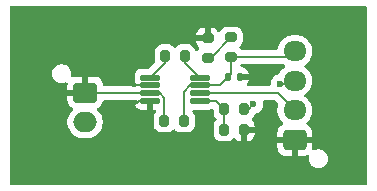
<source format=gtl>
G04 #@! TF.GenerationSoftware,KiCad,Pcbnew,9.0.4*
G04 #@! TF.CreationDate,2025-12-20T00:07:52-05:00*
G04 #@! TF.ProjectId,thermistor circuit,74686572-6d69-4737-946f-722063697263,rev?*
G04 #@! TF.SameCoordinates,Original*
G04 #@! TF.FileFunction,Copper,L1,Top*
G04 #@! TF.FilePolarity,Positive*
%FSLAX46Y46*%
G04 Gerber Fmt 4.6, Leading zero omitted, Abs format (unit mm)*
G04 Created by KiCad (PCBNEW 9.0.4) date 2025-12-20 00:07:52*
%MOMM*%
%LPD*%
G01*
G04 APERTURE LIST*
G04 Aperture macros list*
%AMRoundRect*
0 Rectangle with rounded corners*
0 $1 Rounding radius*
0 $2 $3 $4 $5 $6 $7 $8 $9 X,Y pos of 4 corners*
0 Add a 4 corners polygon primitive as box body*
4,1,4,$2,$3,$4,$5,$6,$7,$8,$9,$2,$3,0*
0 Add four circle primitives for the rounded corners*
1,1,$1+$1,$2,$3*
1,1,$1+$1,$4,$5*
1,1,$1+$1,$6,$7*
1,1,$1+$1,$8,$9*
0 Add four rect primitives between the rounded corners*
20,1,$1+$1,$2,$3,$4,$5,0*
20,1,$1+$1,$4,$5,$6,$7,0*
20,1,$1+$1,$6,$7,$8,$9,0*
20,1,$1+$1,$8,$9,$2,$3,0*%
G04 Aperture macros list end*
G04 #@! TA.AperFunction,SMDPad,CuDef*
%ADD10RoundRect,0.200000X-0.200000X-0.275000X0.200000X-0.275000X0.200000X0.275000X-0.200000X0.275000X0*%
G04 #@! TD*
G04 #@! TA.AperFunction,SMDPad,CuDef*
%ADD11RoundRect,0.125000X-0.687500X-0.125000X0.687500X-0.125000X0.687500X0.125000X-0.687500X0.125000X0*%
G04 #@! TD*
G04 #@! TA.AperFunction,SMDPad,CuDef*
%ADD12RoundRect,0.200000X0.275000X-0.200000X0.275000X0.200000X-0.275000X0.200000X-0.275000X-0.200000X0*%
G04 #@! TD*
G04 #@! TA.AperFunction,SMDPad,CuDef*
%ADD13RoundRect,0.200000X0.200000X0.275000X-0.200000X0.275000X-0.200000X-0.275000X0.200000X-0.275000X0*%
G04 #@! TD*
G04 #@! TA.AperFunction,SMDPad,CuDef*
%ADD14RoundRect,0.140000X-0.140000X-0.170000X0.140000X-0.170000X0.140000X0.170000X-0.140000X0.170000X0*%
G04 #@! TD*
G04 #@! TA.AperFunction,ComponentPad*
%ADD15RoundRect,0.250000X-0.750000X0.600000X-0.750000X-0.600000X0.750000X-0.600000X0.750000X0.600000X0*%
G04 #@! TD*
G04 #@! TA.AperFunction,ComponentPad*
%ADD16O,2.000000X1.700000*%
G04 #@! TD*
G04 #@! TA.AperFunction,ComponentPad*
%ADD17RoundRect,0.250000X0.725000X-0.600000X0.725000X0.600000X-0.725000X0.600000X-0.725000X-0.600000X0*%
G04 #@! TD*
G04 #@! TA.AperFunction,ComponentPad*
%ADD18O,1.950000X1.700000*%
G04 #@! TD*
G04 #@! TA.AperFunction,ViaPad*
%ADD19C,0.600000*%
G04 #@! TD*
G04 #@! TA.AperFunction,ViaPad*
%ADD20C,0.450000*%
G04 #@! TD*
G04 #@! TA.AperFunction,Conductor*
%ADD21C,0.200000*%
G04 #@! TD*
G04 APERTURE END LIST*
D10*
X189438840Y-80150000D03*
X187788840Y-80150000D03*
D11*
X190726340Y-82000000D03*
X190726340Y-82650000D03*
X190726340Y-83300000D03*
X190726340Y-83950000D03*
X186501340Y-83950000D03*
X186501340Y-83300000D03*
X186501340Y-82650000D03*
X186501340Y-82000000D03*
D10*
X192788840Y-86400000D03*
X194438840Y-86400000D03*
D12*
X191363840Y-80300000D03*
X191363840Y-78650000D03*
D13*
X194438840Y-84650000D03*
X192788840Y-84650000D03*
X189363840Y-85650000D03*
X187713840Y-85650000D03*
D12*
X193363840Y-80225000D03*
X193363840Y-78575000D03*
D14*
X193133840Y-81900000D03*
X194093840Y-81900000D03*
D15*
X181000000Y-83250000D03*
D16*
X181000000Y-85750000D03*
D17*
X198750000Y-87250000D03*
D18*
X198750000Y-84750000D03*
X198750000Y-82250000D03*
X198750000Y-79750000D03*
D19*
X195500000Y-82000000D03*
D20*
X196500000Y-88500000D03*
D19*
X195250000Y-84250000D03*
X197500000Y-82500000D03*
D20*
X188000000Y-88500000D03*
X191500000Y-78000000D03*
X202500000Y-88500000D03*
X191500000Y-88500000D03*
X179500000Y-78000000D03*
X195500000Y-86500000D03*
X185150000Y-82650000D03*
X185000000Y-84500000D03*
X179500000Y-88500000D03*
X184000000Y-78000000D03*
X188000000Y-78000000D03*
X184000000Y-88500000D03*
X202500000Y-78000000D03*
X196500000Y-78000000D03*
D21*
X195400000Y-81900000D02*
X195500000Y-82000000D01*
X194093840Y-81900000D02*
X195400000Y-81900000D01*
X189438840Y-80712500D02*
X190726340Y-82000000D01*
X189438840Y-80150000D02*
X189438840Y-80712500D01*
X187788840Y-80712500D02*
X186501340Y-82000000D01*
X187788840Y-80150000D02*
X187788840Y-80712500D01*
X194438840Y-84650000D02*
X194850000Y-84650000D01*
X198750000Y-82250000D02*
X198500000Y-82500000D01*
X198500000Y-82500000D02*
X197500000Y-82500000D01*
X194850000Y-84650000D02*
X195250000Y-84250000D01*
X186501340Y-83300000D02*
X181050000Y-83300000D01*
X187713840Y-85650000D02*
X187713840Y-83700001D01*
X181050000Y-83300000D02*
X181000000Y-83250000D01*
X187713840Y-83700001D02*
X187313839Y-83300000D01*
X187313839Y-83300000D02*
X186501340Y-83300000D01*
X198275000Y-80225000D02*
X198750000Y-79750000D01*
X193363840Y-80225000D02*
X193363840Y-81670000D01*
X193363840Y-81670000D02*
X193133840Y-81900000D01*
X189913841Y-82650000D02*
X190726340Y-82650000D01*
X189363840Y-83200001D02*
X189913841Y-82650000D01*
X193363840Y-80225000D02*
X198275000Y-80225000D01*
X189363840Y-85650000D02*
X189363840Y-83200001D01*
X190726340Y-82650000D02*
X192383840Y-82650000D01*
X192383840Y-82650000D02*
X193133840Y-81900000D01*
X197300000Y-83300000D02*
X190726340Y-83300000D01*
X198750000Y-84750000D02*
X197300000Y-83300000D01*
X194438840Y-86400000D02*
X195400000Y-86400000D01*
X191363840Y-78136160D02*
X191500000Y-78000000D01*
X191363840Y-78650000D02*
X191363840Y-78136160D01*
X186501340Y-82650000D02*
X185150000Y-82650000D01*
X185550000Y-83950000D02*
X185000000Y-84500000D01*
X186501340Y-83950000D02*
X185550000Y-83950000D01*
X195400000Y-86400000D02*
X195500000Y-86500000D01*
X190776340Y-83900000D02*
X190726340Y-83950000D01*
X192088840Y-83950000D02*
X192788840Y-84650000D01*
X190726340Y-83950000D02*
X192088840Y-83950000D01*
X192788840Y-84650000D02*
X192788840Y-86400000D01*
X193613840Y-78575000D02*
X193338840Y-78575000D01*
X193338840Y-78575000D02*
X191613840Y-80300000D01*
G04 #@! TA.AperFunction,Conductor*
G36*
X197834440Y-80845185D02*
G01*
X197840273Y-80849172D01*
X197909795Y-80899682D01*
X197952459Y-80955010D01*
X197958438Y-81024623D01*
X197925833Y-81086419D01*
X197909793Y-81100317D01*
X197745214Y-81219890D01*
X197745209Y-81219894D01*
X197594890Y-81370213D01*
X197469949Y-81542182D01*
X197413558Y-81652854D01*
X197365583Y-81703649D01*
X197327267Y-81718175D01*
X197266507Y-81730261D01*
X197266498Y-81730264D01*
X197120827Y-81790602D01*
X197120814Y-81790609D01*
X196989711Y-81878210D01*
X196989707Y-81878213D01*
X196878213Y-81989707D01*
X196878210Y-81989711D01*
X196790609Y-82120814D01*
X196790602Y-82120827D01*
X196730264Y-82266498D01*
X196730261Y-82266510D01*
X196699500Y-82421153D01*
X196699500Y-82575500D01*
X196679815Y-82642539D01*
X196627011Y-82688294D01*
X196575500Y-82699500D01*
X194808800Y-82699500D01*
X194741761Y-82679815D01*
X194696006Y-82627011D01*
X194686062Y-82557853D01*
X194715087Y-82494297D01*
X194721119Y-82487819D01*
X194743554Y-82465383D01*
X194743561Y-82465374D01*
X194825871Y-82326195D01*
X194825873Y-82326190D01*
X194870984Y-82170918D01*
X194870985Y-82170912D01*
X194872630Y-82150000D01*
X194217840Y-82150000D01*
X194150801Y-82130315D01*
X194105046Y-82077511D01*
X194093840Y-82026000D01*
X194093840Y-81774000D01*
X194113525Y-81706961D01*
X194166329Y-81661206D01*
X194217840Y-81650000D01*
X194872630Y-81650000D01*
X194870985Y-81629089D01*
X194825871Y-81473804D01*
X194743561Y-81334625D01*
X194743554Y-81334616D01*
X194629223Y-81220285D01*
X194629214Y-81220278D01*
X194490036Y-81137969D01*
X194334749Y-81092854D01*
X194298484Y-81090000D01*
X194263860Y-81090000D01*
X194242614Y-81083761D01*
X194220526Y-81082182D01*
X194209742Y-81074109D01*
X194196821Y-81070315D01*
X194182321Y-81053581D01*
X194164593Y-81040310D01*
X194159885Y-81027689D01*
X194151066Y-81017511D01*
X194147914Y-80995593D01*
X194140176Y-80974846D01*
X194143038Y-80961685D01*
X194141122Y-80948353D01*
X194150321Y-80928209D01*
X194155028Y-80906573D01*
X194168296Y-80888847D01*
X194170147Y-80884797D01*
X194176179Y-80878319D01*
X194192679Y-80861819D01*
X194254002Y-80828334D01*
X194280360Y-80825500D01*
X197767401Y-80825500D01*
X197834440Y-80845185D01*
G37*
G04 #@! TD.AperFunction*
G04 #@! TA.AperFunction,Conductor*
G36*
X204792539Y-75920185D02*
G01*
X204838294Y-75972989D01*
X204849500Y-76024500D01*
X204849500Y-90975500D01*
X204829815Y-91042539D01*
X204777011Y-91088294D01*
X204725500Y-91099500D01*
X174774500Y-91099500D01*
X174707461Y-91079815D01*
X174661706Y-91027011D01*
X174650500Y-90975500D01*
X174650500Y-81571153D01*
X178199500Y-81571153D01*
X178199500Y-81728846D01*
X178230261Y-81883489D01*
X178230264Y-81883501D01*
X178290602Y-82029172D01*
X178290609Y-82029185D01*
X178378210Y-82160288D01*
X178378213Y-82160292D01*
X178489707Y-82271786D01*
X178489711Y-82271789D01*
X178620814Y-82359390D01*
X178620827Y-82359397D01*
X178766498Y-82419735D01*
X178766503Y-82419737D01*
X178921153Y-82450499D01*
X178921156Y-82450500D01*
X178921158Y-82450500D01*
X179078844Y-82450500D01*
X179078845Y-82450499D01*
X179233497Y-82419737D01*
X179339086Y-82376000D01*
X179408553Y-82368532D01*
X179471033Y-82399807D01*
X179506685Y-82459896D01*
X179509895Y-82503165D01*
X179500000Y-82600013D01*
X179500000Y-83000000D01*
X180283703Y-83000000D01*
X180350742Y-83019685D01*
X180396497Y-83072489D01*
X180406441Y-83141647D01*
X180403478Y-83156091D01*
X180399499Y-83170938D01*
X180399499Y-83329061D01*
X180403478Y-83343909D01*
X180401814Y-83413758D01*
X180362651Y-83471620D01*
X180298422Y-83499123D01*
X180283703Y-83500000D01*
X179500001Y-83500000D01*
X179500001Y-83899986D01*
X179510494Y-84002697D01*
X179565641Y-84169119D01*
X179565643Y-84169124D01*
X179657684Y-84318345D01*
X179781654Y-84442315D01*
X179936484Y-84537815D01*
X179983208Y-84589763D01*
X179994431Y-84658726D01*
X179966587Y-84722808D01*
X179959069Y-84731035D01*
X179819889Y-84870215D01*
X179694951Y-85042179D01*
X179598444Y-85231585D01*
X179532753Y-85433760D01*
X179499500Y-85643713D01*
X179499500Y-85856286D01*
X179531397Y-86057680D01*
X179532754Y-86066243D01*
X179580960Y-86214606D01*
X179598444Y-86268414D01*
X179694951Y-86457820D01*
X179819890Y-86629786D01*
X179970213Y-86780109D01*
X180142179Y-86905048D01*
X180142181Y-86905049D01*
X180142184Y-86905051D01*
X180331588Y-87001557D01*
X180533757Y-87067246D01*
X180743713Y-87100500D01*
X180743714Y-87100500D01*
X181256286Y-87100500D01*
X181256287Y-87100500D01*
X181466243Y-87067246D01*
X181668412Y-87001557D01*
X181857816Y-86905051D01*
X181906191Y-86869905D01*
X182029786Y-86780109D01*
X182029788Y-86780106D01*
X182029792Y-86780104D01*
X182180104Y-86629792D01*
X182180106Y-86629788D01*
X182180109Y-86629786D01*
X182305048Y-86457820D01*
X182305047Y-86457820D01*
X182305051Y-86457816D01*
X182401557Y-86268412D01*
X182467246Y-86066243D01*
X182500500Y-85856287D01*
X182500500Y-85643713D01*
X182467246Y-85433757D01*
X182401557Y-85231588D01*
X182305051Y-85042184D01*
X182305049Y-85042181D01*
X182305048Y-85042179D01*
X182180109Y-84870213D01*
X182040931Y-84731035D01*
X182007446Y-84669712D01*
X182012430Y-84600020D01*
X182054302Y-84544087D01*
X182063516Y-84537815D01*
X182218343Y-84442317D01*
X182342315Y-84318345D01*
X182434356Y-84169124D01*
X182434358Y-84169119D01*
X182489507Y-84002689D01*
X182490397Y-83998537D01*
X182523682Y-83937105D01*
X182584895Y-83903420D01*
X182611648Y-83900500D01*
X185355739Y-83900500D01*
X185371749Y-83904904D01*
X185386583Y-83904397D01*
X185407951Y-83914865D01*
X185419170Y-83917952D01*
X185426662Y-83922412D01*
X185427420Y-83923170D01*
X185505449Y-83969316D01*
X185505677Y-83969452D01*
X185529319Y-83994920D01*
X185553051Y-84020337D01*
X185553084Y-84020521D01*
X185553212Y-84020659D01*
X185559343Y-84054934D01*
X185565554Y-84089079D01*
X185565482Y-84089251D01*
X185565516Y-84089437D01*
X185552183Y-84121489D01*
X185538909Y-84153668D01*
X185538753Y-84153775D01*
X185538682Y-84153949D01*
X185510103Y-84173728D01*
X185481573Y-84193598D01*
X185481341Y-84193635D01*
X185481231Y-84193712D01*
X185480777Y-84193727D01*
X185442246Y-84200000D01*
X185199314Y-84200000D01*
X185235683Y-84325185D01*
X185235685Y-84325191D01*
X185316066Y-84461108D01*
X185316072Y-84461116D01*
X185427723Y-84572767D01*
X185427731Y-84572773D01*
X185563651Y-84653155D01*
X185563654Y-84653156D01*
X185715286Y-84697210D01*
X185715292Y-84697211D01*
X185750721Y-84699999D01*
X185750734Y-84700000D01*
X186251340Y-84700000D01*
X186251340Y-84174499D01*
X186271025Y-84107460D01*
X186323829Y-84061705D01*
X186375337Y-84050499D01*
X186627341Y-84050499D01*
X186694379Y-84070184D01*
X186740134Y-84122988D01*
X186751340Y-84174499D01*
X186751340Y-84700000D01*
X186898820Y-84700000D01*
X186965859Y-84719685D01*
X187011614Y-84772489D01*
X187021558Y-84841647D01*
X186992533Y-84905203D01*
X186986501Y-84911681D01*
X186958371Y-84939810D01*
X186958370Y-84939811D01*
X186870362Y-85085393D01*
X186819753Y-85247807D01*
X186813340Y-85318386D01*
X186813340Y-85981613D01*
X186819753Y-86052192D01*
X186819753Y-86052194D01*
X186819754Y-86052196D01*
X186870362Y-86214606D01*
X186940652Y-86330880D01*
X186958370Y-86360188D01*
X187078651Y-86480469D01*
X187078653Y-86480470D01*
X187078655Y-86480472D01*
X187224234Y-86568478D01*
X187386644Y-86619086D01*
X187457224Y-86625500D01*
X187457227Y-86625500D01*
X187970453Y-86625500D01*
X187970456Y-86625500D01*
X188041036Y-86619086D01*
X188203446Y-86568478D01*
X188349025Y-86480472D01*
X188372536Y-86456961D01*
X188451159Y-86378339D01*
X188512482Y-86344854D01*
X188582174Y-86349838D01*
X188626521Y-86378339D01*
X188728651Y-86480469D01*
X188728653Y-86480470D01*
X188728655Y-86480472D01*
X188874234Y-86568478D01*
X189036644Y-86619086D01*
X189107224Y-86625500D01*
X189107227Y-86625500D01*
X189620453Y-86625500D01*
X189620456Y-86625500D01*
X189691036Y-86619086D01*
X189853446Y-86568478D01*
X189999025Y-86480472D01*
X190119312Y-86360185D01*
X190207318Y-86214606D01*
X190257926Y-86052196D01*
X190264340Y-85981616D01*
X190264340Y-85318384D01*
X190257926Y-85247804D01*
X190207318Y-85085394D01*
X190119312Y-84939815D01*
X190119310Y-84939813D01*
X190119309Y-84939811D01*
X190091678Y-84912180D01*
X190058193Y-84850857D01*
X190063177Y-84781165D01*
X190105049Y-84725232D01*
X190170513Y-84700815D01*
X190179334Y-84700499D01*
X191477002Y-84700499D01*
X191512467Y-84697709D01*
X191664230Y-84653618D01*
X191701218Y-84631742D01*
X191768942Y-84614559D01*
X191835204Y-84636718D01*
X191878968Y-84691184D01*
X191888340Y-84738474D01*
X191888340Y-84981613D01*
X191894753Y-85052192D01*
X191894753Y-85052194D01*
X191894754Y-85052196D01*
X191945362Y-85214606D01*
X192033368Y-85360185D01*
X192110502Y-85437319D01*
X192143986Y-85498640D01*
X192139002Y-85568332D01*
X192110502Y-85612680D01*
X192033369Y-85689813D01*
X191945362Y-85835393D01*
X191894753Y-85997807D01*
X191889811Y-86052192D01*
X191888444Y-86067246D01*
X191888340Y-86068386D01*
X191888340Y-86731613D01*
X191894753Y-86802192D01*
X191894753Y-86802194D01*
X191894754Y-86802196D01*
X191945362Y-86964606D01*
X192026898Y-87099483D01*
X192033370Y-87110188D01*
X192153651Y-87230469D01*
X192153653Y-87230470D01*
X192153655Y-87230472D01*
X192299234Y-87318478D01*
X192461644Y-87369086D01*
X192532224Y-87375500D01*
X192532227Y-87375500D01*
X193045453Y-87375500D01*
X193045456Y-87375500D01*
X193116036Y-87369086D01*
X193278446Y-87318478D01*
X193424025Y-87230472D01*
X193526513Y-87127983D01*
X193587834Y-87094499D01*
X193657525Y-87099483D01*
X193701874Y-87127984D01*
X193803962Y-87230072D01*
X193949444Y-87318019D01*
X193949443Y-87318019D01*
X194111734Y-87368590D01*
X194111733Y-87368590D01*
X194182248Y-87374998D01*
X194182266Y-87374999D01*
X194688840Y-87374999D01*
X194695421Y-87374999D01*
X194765942Y-87368591D01*
X194765947Y-87368590D01*
X194888977Y-87330253D01*
X194928236Y-87318018D01*
X195073717Y-87230072D01*
X195193912Y-87109877D01*
X195281859Y-86964395D01*
X195332430Y-86802106D01*
X195338840Y-86731572D01*
X195338840Y-86650000D01*
X194688840Y-86650000D01*
X194688840Y-87374999D01*
X194182266Y-87374999D01*
X194188839Y-87374998D01*
X194188840Y-87374998D01*
X194188840Y-86524000D01*
X194208525Y-86456961D01*
X194261329Y-86411206D01*
X194312840Y-86400000D01*
X194438840Y-86400000D01*
X194438840Y-86274000D01*
X194458525Y-86206961D01*
X194511329Y-86161206D01*
X194562840Y-86150000D01*
X195338839Y-86150000D01*
X195338839Y-86068417D01*
X195332431Y-85997897D01*
X195332430Y-85997892D01*
X195281858Y-85835603D01*
X195193912Y-85690122D01*
X195116824Y-85613034D01*
X195083339Y-85551711D01*
X195088323Y-85482019D01*
X195116823Y-85437673D01*
X195194312Y-85360185D01*
X195282318Y-85214606D01*
X195311838Y-85119869D01*
X195350573Y-85061725D01*
X195406028Y-85035146D01*
X195483497Y-85019737D01*
X195629179Y-84959394D01*
X195760289Y-84871789D01*
X195871789Y-84760289D01*
X195959394Y-84629179D01*
X196019737Y-84483497D01*
X196050500Y-84328842D01*
X196050500Y-84171158D01*
X196050500Y-84171155D01*
X196026140Y-84048692D01*
X196032367Y-83979100D01*
X196075230Y-83923923D01*
X196141120Y-83900678D01*
X196147757Y-83900500D01*
X196999903Y-83900500D01*
X197066942Y-83920185D01*
X197087584Y-83936819D01*
X197321897Y-84171132D01*
X197355382Y-84232455D01*
X197352147Y-84297129D01*
X197341842Y-84328846D01*
X197307753Y-84433760D01*
X197274500Y-84643713D01*
X197274500Y-84856286D01*
X197305528Y-85052192D01*
X197307754Y-85066243D01*
X197355960Y-85214606D01*
X197373444Y-85268414D01*
X197469951Y-85457820D01*
X197594890Y-85629786D01*
X197734068Y-85768964D01*
X197767553Y-85830287D01*
X197762569Y-85899979D01*
X197720697Y-85955912D01*
X197711484Y-85962183D01*
X197556659Y-86057680D01*
X197556655Y-86057683D01*
X197432684Y-86181654D01*
X197340643Y-86330875D01*
X197340641Y-86330880D01*
X197285494Y-86497302D01*
X197285493Y-86497309D01*
X197275000Y-86600013D01*
X197275000Y-87000000D01*
X198345854Y-87000000D01*
X198307370Y-87066657D01*
X198275000Y-87187465D01*
X198275000Y-87312535D01*
X198307370Y-87433343D01*
X198345854Y-87500000D01*
X197275001Y-87500000D01*
X197275001Y-87899986D01*
X197285494Y-88002697D01*
X197340641Y-88169119D01*
X197340643Y-88169124D01*
X197432684Y-88318345D01*
X197556654Y-88442315D01*
X197705875Y-88534356D01*
X197705880Y-88534358D01*
X197872302Y-88589505D01*
X197872309Y-88589506D01*
X197975019Y-88599999D01*
X198499999Y-88599999D01*
X198500000Y-88599998D01*
X198500000Y-87654145D01*
X198566657Y-87692630D01*
X198687465Y-87725000D01*
X198812535Y-87725000D01*
X198933343Y-87692630D01*
X199000000Y-87654145D01*
X199000000Y-88599999D01*
X199524972Y-88599999D01*
X199524986Y-88599998D01*
X199627697Y-88589505D01*
X199794120Y-88534358D01*
X199795540Y-88533696D01*
X199796608Y-88533533D01*
X199800977Y-88532086D01*
X199801224Y-88532832D01*
X199864617Y-88523200D01*
X199928403Y-88551716D01*
X199966645Y-88610191D01*
X199969568Y-88670266D01*
X199949500Y-88771153D01*
X199949500Y-88928846D01*
X199980261Y-89083489D01*
X199980264Y-89083501D01*
X200040602Y-89229172D01*
X200040609Y-89229185D01*
X200128210Y-89360288D01*
X200128213Y-89360292D01*
X200239707Y-89471786D01*
X200239711Y-89471789D01*
X200370814Y-89559390D01*
X200370827Y-89559397D01*
X200516498Y-89619735D01*
X200516503Y-89619737D01*
X200671153Y-89650499D01*
X200671156Y-89650500D01*
X200671158Y-89650500D01*
X200828844Y-89650500D01*
X200828845Y-89650499D01*
X200983497Y-89619737D01*
X201129179Y-89559394D01*
X201260289Y-89471789D01*
X201371789Y-89360289D01*
X201459394Y-89229179D01*
X201519737Y-89083497D01*
X201550500Y-88928842D01*
X201550500Y-88771158D01*
X201550500Y-88771155D01*
X201550499Y-88771153D01*
X201519738Y-88616510D01*
X201519737Y-88616503D01*
X201512901Y-88599999D01*
X201459397Y-88470827D01*
X201459390Y-88470814D01*
X201371789Y-88339711D01*
X201371786Y-88339707D01*
X201260292Y-88228213D01*
X201260288Y-88228210D01*
X201129185Y-88140609D01*
X201129172Y-88140602D01*
X200983501Y-88080264D01*
X200983489Y-88080261D01*
X200828845Y-88049500D01*
X200828842Y-88049500D01*
X200671158Y-88049500D01*
X200671155Y-88049500D01*
X200516510Y-88080261D01*
X200516503Y-88080263D01*
X200384809Y-88134811D01*
X200315340Y-88142279D01*
X200252861Y-88111003D01*
X200217209Y-88050914D01*
X200214000Y-88007646D01*
X200224999Y-87899986D01*
X200225000Y-87899973D01*
X200225000Y-87500000D01*
X199154146Y-87500000D01*
X199192630Y-87433343D01*
X199225000Y-87312535D01*
X199225000Y-87187465D01*
X199192630Y-87066657D01*
X199154146Y-87000000D01*
X200224999Y-87000000D01*
X200224999Y-86600028D01*
X200224998Y-86600013D01*
X200214505Y-86497302D01*
X200159358Y-86330880D01*
X200159356Y-86330875D01*
X200067315Y-86181654D01*
X199943345Y-86057684D01*
X199788515Y-85962184D01*
X199741791Y-85910236D01*
X199730568Y-85841273D01*
X199758412Y-85777191D01*
X199765909Y-85768986D01*
X199905104Y-85629792D01*
X200030051Y-85457816D01*
X200126557Y-85268412D01*
X200192246Y-85066243D01*
X200225500Y-84856287D01*
X200225500Y-84643713D01*
X200192246Y-84433757D01*
X200126557Y-84231588D01*
X200030051Y-84042184D01*
X200030049Y-84042181D01*
X200030048Y-84042179D01*
X199905109Y-83870213D01*
X199754792Y-83719896D01*
X199684348Y-83668716D01*
X199590204Y-83600316D01*
X199547540Y-83544989D01*
X199541561Y-83475376D01*
X199574166Y-83413580D01*
X199590199Y-83399686D01*
X199754792Y-83280104D01*
X199905104Y-83129792D01*
X199905106Y-83129788D01*
X199905109Y-83129786D01*
X200030048Y-82957820D01*
X200030047Y-82957820D01*
X200030051Y-82957816D01*
X200126557Y-82768412D01*
X200192246Y-82566243D01*
X200225500Y-82356287D01*
X200225500Y-82143713D01*
X200192246Y-81933757D01*
X200126557Y-81731588D01*
X200030051Y-81542184D01*
X200030049Y-81542181D01*
X200030048Y-81542179D01*
X199905109Y-81370213D01*
X199754792Y-81219896D01*
X199754771Y-81219881D01*
X199590204Y-81100316D01*
X199547540Y-81044989D01*
X199541561Y-80975376D01*
X199574166Y-80913580D01*
X199590199Y-80899686D01*
X199754792Y-80780104D01*
X199905104Y-80629792D01*
X199905106Y-80629788D01*
X199905109Y-80629786D01*
X200030048Y-80457820D01*
X200030047Y-80457820D01*
X200030051Y-80457816D01*
X200126557Y-80268412D01*
X200192246Y-80066243D01*
X200225500Y-79856287D01*
X200225500Y-79643713D01*
X200192246Y-79433757D01*
X200126557Y-79231588D01*
X200030051Y-79042184D01*
X200030049Y-79042181D01*
X200030048Y-79042179D01*
X199905109Y-78870213D01*
X199754786Y-78719890D01*
X199582820Y-78594951D01*
X199393414Y-78498444D01*
X199393413Y-78498443D01*
X199393412Y-78498443D01*
X199191243Y-78432754D01*
X199191241Y-78432753D01*
X199191240Y-78432753D01*
X199029957Y-78407208D01*
X198981287Y-78399500D01*
X198518713Y-78399500D01*
X198470042Y-78407208D01*
X198308760Y-78432753D01*
X198106585Y-78498444D01*
X197917179Y-78594951D01*
X197745213Y-78719890D01*
X197594890Y-78870213D01*
X197469951Y-79042179D01*
X197373444Y-79231585D01*
X197307753Y-79433760D01*
X197294110Y-79519898D01*
X197264180Y-79583033D01*
X197204869Y-79619964D01*
X197171637Y-79624500D01*
X194280360Y-79624500D01*
X194250919Y-79615855D01*
X194220933Y-79609332D01*
X194215917Y-79605577D01*
X194213321Y-79604815D01*
X194192679Y-79588181D01*
X194092179Y-79487681D01*
X194058694Y-79426358D01*
X194063678Y-79356666D01*
X194092179Y-79312319D01*
X194194308Y-79210189D01*
X194194309Y-79210188D01*
X194194312Y-79210185D01*
X194282318Y-79064606D01*
X194332926Y-78902196D01*
X194339340Y-78831616D01*
X194339340Y-78318384D01*
X194332926Y-78247804D01*
X194282318Y-78085394D01*
X194194312Y-77939815D01*
X194194310Y-77939813D01*
X194194309Y-77939811D01*
X194074028Y-77819530D01*
X193959010Y-77749999D01*
X193928446Y-77731522D01*
X193766036Y-77680914D01*
X193766034Y-77680913D01*
X193766032Y-77680913D01*
X193716618Y-77676423D01*
X193695456Y-77674500D01*
X193032224Y-77674500D01*
X193012985Y-77676248D01*
X192961647Y-77680913D01*
X192799233Y-77731522D01*
X192653651Y-77819530D01*
X192533371Y-77939810D01*
X192533368Y-77939814D01*
X192446993Y-78082694D01*
X192395465Y-78129881D01*
X192326606Y-78141719D01*
X192262277Y-78114450D01*
X192234760Y-78082693D01*
X192193912Y-78015122D01*
X192073717Y-77894927D01*
X191928235Y-77806980D01*
X191928236Y-77806980D01*
X191765945Y-77756409D01*
X191765946Y-77756409D01*
X191695412Y-77750000D01*
X191613840Y-77750000D01*
X191613840Y-78526000D01*
X191594155Y-78593039D01*
X191541351Y-78638794D01*
X191489840Y-78650000D01*
X191363840Y-78650000D01*
X191363840Y-78776000D01*
X191344155Y-78843039D01*
X191291351Y-78888794D01*
X191239840Y-78900000D01*
X190388841Y-78900000D01*
X190388841Y-78906582D01*
X190395248Y-78977102D01*
X190395249Y-78977107D01*
X190445821Y-79139396D01*
X190533767Y-79284877D01*
X190635855Y-79386965D01*
X190639114Y-79392934D01*
X190644703Y-79396812D01*
X190655646Y-79423210D01*
X190669340Y-79448288D01*
X190668854Y-79455071D01*
X190671460Y-79461356D01*
X190666394Y-79489479D01*
X190664356Y-79517980D01*
X190659985Y-79525056D01*
X190659074Y-79530119D01*
X190643631Y-79551539D01*
X190638953Y-79559116D01*
X190637426Y-79560756D01*
X190533368Y-79664815D01*
X190519956Y-79687000D01*
X190511237Y-79696371D01*
X190491754Y-79707937D01*
X190475042Y-79723241D01*
X190462285Y-79725433D01*
X190451158Y-79732040D01*
X190428512Y-79731237D01*
X190406182Y-79735076D01*
X190394268Y-79730025D01*
X190381332Y-79729567D01*
X190362712Y-79716647D01*
X190341854Y-79707804D01*
X190334561Y-79697112D01*
X190323929Y-79689735D01*
X190315251Y-79668803D01*
X190302483Y-79650084D01*
X190302103Y-79648889D01*
X190282318Y-79585394D01*
X190194312Y-79439815D01*
X190194310Y-79439813D01*
X190194309Y-79439811D01*
X190074028Y-79319530D01*
X190016705Y-79284877D01*
X189928446Y-79231522D01*
X189766036Y-79180914D01*
X189766034Y-79180913D01*
X189766032Y-79180913D01*
X189716618Y-79176423D01*
X189695456Y-79174500D01*
X189182224Y-79174500D01*
X189162985Y-79176248D01*
X189111647Y-79180913D01*
X188949233Y-79231522D01*
X188803651Y-79319530D01*
X188803650Y-79319531D01*
X188701521Y-79421661D01*
X188640198Y-79455146D01*
X188570506Y-79450162D01*
X188526159Y-79421661D01*
X188424028Y-79319530D01*
X188366705Y-79284877D01*
X188278446Y-79231522D01*
X188116036Y-79180914D01*
X188116034Y-79180913D01*
X188116032Y-79180913D01*
X188066618Y-79176423D01*
X188045456Y-79174500D01*
X187532224Y-79174500D01*
X187512985Y-79176248D01*
X187461647Y-79180913D01*
X187299233Y-79231522D01*
X187153651Y-79319530D01*
X187033370Y-79439811D01*
X186945362Y-79585393D01*
X186894753Y-79747807D01*
X186888340Y-79818386D01*
X186888340Y-80481613D01*
X186894754Y-80552196D01*
X186894754Y-80552198D01*
X186921193Y-80637045D01*
X186922343Y-80706905D01*
X186890488Y-80761615D01*
X186438922Y-81213181D01*
X186377599Y-81246666D01*
X186351241Y-81249500D01*
X185750689Y-81249500D01*
X185750664Y-81249501D01*
X185715212Y-81252291D01*
X185563454Y-81296380D01*
X185563449Y-81296382D01*
X185427423Y-81376827D01*
X185427414Y-81376834D01*
X185315674Y-81488574D01*
X185315667Y-81488583D01*
X185235222Y-81624609D01*
X185235220Y-81624614D01*
X185191132Y-81776366D01*
X185191130Y-81776379D01*
X185188340Y-81811829D01*
X185188340Y-82188150D01*
X185188341Y-82188175D01*
X185191130Y-82223624D01*
X185208496Y-82283401D01*
X185208498Y-82283406D01*
X185235222Y-82375390D01*
X185289536Y-82467230D01*
X185289537Y-82467232D01*
X185316237Y-82512379D01*
X185333420Y-82580103D01*
X185311260Y-82646365D01*
X185256794Y-82690129D01*
X185209505Y-82699500D01*
X182622139Y-82699500D01*
X182555100Y-82679815D01*
X182509345Y-82627011D01*
X182498781Y-82588101D01*
X182489505Y-82497303D01*
X182434358Y-82330880D01*
X182434356Y-82330875D01*
X182342315Y-82181654D01*
X182218345Y-82057684D01*
X182069124Y-81965643D01*
X182069119Y-81965641D01*
X181902697Y-81910494D01*
X181902690Y-81910493D01*
X181799986Y-81900000D01*
X181250000Y-81900000D01*
X181250000Y-82533703D01*
X181230315Y-82600742D01*
X181177511Y-82646497D01*
X181108353Y-82656441D01*
X181093909Y-82653478D01*
X181079061Y-82649499D01*
X181079057Y-82649499D01*
X180920943Y-82649499D01*
X180920938Y-82649499D01*
X180906091Y-82653478D01*
X180836242Y-82651814D01*
X180778380Y-82612651D01*
X180750877Y-82548422D01*
X180750000Y-82533703D01*
X180750000Y-81900000D01*
X180200028Y-81900000D01*
X180200012Y-81900001D01*
X180097302Y-81910494D01*
X179943046Y-81961610D01*
X179873218Y-81964012D01*
X179813176Y-81928280D01*
X179781983Y-81865760D01*
X179782425Y-81819712D01*
X179800500Y-81728844D01*
X179800500Y-81571155D01*
X179800499Y-81571153D01*
X179794422Y-81540602D01*
X179769737Y-81416503D01*
X179750561Y-81370208D01*
X179709397Y-81270827D01*
X179709390Y-81270814D01*
X179621789Y-81139711D01*
X179621786Y-81139707D01*
X179510292Y-81028213D01*
X179510288Y-81028210D01*
X179379185Y-80940609D01*
X179379172Y-80940602D01*
X179233501Y-80880264D01*
X179233489Y-80880261D01*
X179078845Y-80849500D01*
X179078842Y-80849500D01*
X178921158Y-80849500D01*
X178921155Y-80849500D01*
X178766510Y-80880261D01*
X178766498Y-80880264D01*
X178620827Y-80940602D01*
X178620814Y-80940609D01*
X178489711Y-81028210D01*
X178489707Y-81028213D01*
X178378213Y-81139707D01*
X178378210Y-81139711D01*
X178290609Y-81270814D01*
X178290602Y-81270827D01*
X178230264Y-81416498D01*
X178230261Y-81416510D01*
X178199500Y-81571153D01*
X174650500Y-81571153D01*
X174650500Y-78393427D01*
X190388840Y-78393427D01*
X190388840Y-78400000D01*
X191113840Y-78400000D01*
X191113840Y-77750000D01*
X191113839Y-77749999D01*
X191032257Y-77750000D01*
X190961737Y-77756408D01*
X190961732Y-77756409D01*
X190799443Y-77806981D01*
X190653962Y-77894927D01*
X190533767Y-78015122D01*
X190445820Y-78160604D01*
X190395249Y-78322893D01*
X190388840Y-78393427D01*
X174650500Y-78393427D01*
X174650500Y-76024500D01*
X174670185Y-75957461D01*
X174722989Y-75911706D01*
X174774500Y-75900500D01*
X204725500Y-75900500D01*
X204792539Y-75920185D01*
G37*
G04 #@! TD.AperFunction*
M02*

</source>
